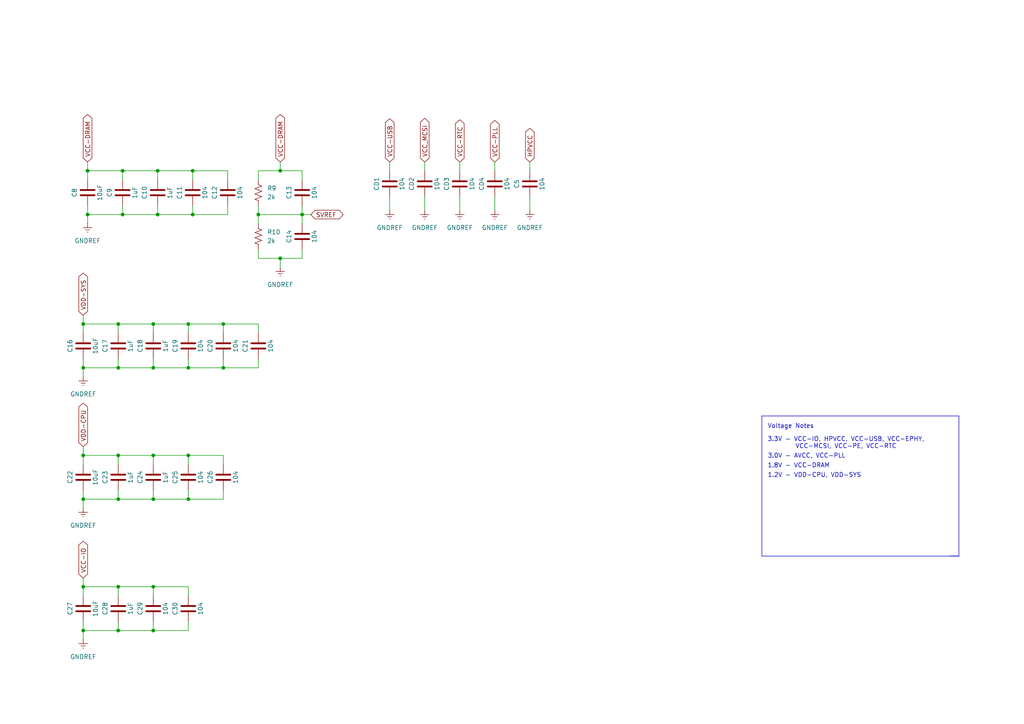
<source format=kicad_sch>
(kicad_sch (version 20250114) (generator "eeschema") (generator_version "9.0")
  (paper "A4")
  (lib_symbols
    (symbol "Device:C" (pin_numbers (hide yes)) (pin_names (offset 0.254))
      (property "Reference" "C" (at 0.635 2.54 0))
      (property "Value" "C" (at 0.635 -2.54 0))
      (symbol "C_0_1"
        (polyline (pts (xy -2.032 0.762) (xy 2.032 0.762)) (stroke (width 0.508)))
        (polyline (pts (xy -2.032 -0.762) (xy 2.032 -0.762)) (stroke (width 0.508)))
      )
      (symbol "C_1_1"
        (pin passive line (at 0 3.81 270) (length 2.794) (name "~") (number "1"))
        (pin passive line (at 0 -3.81 90) (length 2.794) (name "~") (number "2"))
      )
    )
    (symbol "Device:R_US" (pin_numbers (hide yes)) (pin_names (offset 0))
      (property "Reference" "R" (at 2.54 0 90))
      (property "Value" "R_US" (at -2.54 0 90))
      (symbol "R_US_0_1"
        (polyline (pts (xy 0 2.286) (xy 0 2.54)))
        (polyline (pts (xy 0 2.286) (xy 1.016 1.905) (xy 0 1.524) (xy -1.016 1.143) (xy 0 0.762)))
        (polyline (pts (xy 0 0.762) (xy 1.016 0.381) (xy 0 0) (xy -1.016 -0.381) (xy 0 -0.762)))
        (polyline (pts (xy 0 -0.762) (xy 1.016 -1.143) (xy 0 -1.524) (xy -1.016 -1.905) (xy 0 -2.286)))
        (polyline (pts (xy 0 -2.286) (xy 0 -2.54)))
      )
      (symbol "R_US_1_1"
        (pin passive line (at 0 3.81 270) (length 1.27) (name "~") (number "1"))
        (pin passive line (at 0 -3.81 90) (length 1.27) (name "~") (number "2"))
      )
    )
    (symbol "power:GNDREF" (power) (pin_numbers (hide yes)) (pin_names (offset 0) (hide yes))
      (property "Value" "GNDREF" (at 0 -3.81 0))
      (symbol "GNDREF_0_1"
        (polyline (pts (xy -0.635 -1.905) (xy 0.635 -1.905)))
        (polyline (pts (xy -0.127 -2.54) (xy 0.127 -2.54)))
        (polyline (pts (xy 0 -1.27) (xy 0 0)))
        (polyline (pts (xy 1.27 -1.27) (xy -1.27 -1.27)))
      )
      (symbol "GNDREF_1_1"
        (pin power_in line (at 0 0 270) (length 0) (name "~") (number "1"))
      )
    )
  )
  (text "3.0V - AVCC, VCC-PLL" (at 233.934 132.334 0) (effects (font (size 1.27 1.27))))
  (text "Voltage Notes\n" (at 229.362 123.698 0) (effects (font (size 1.27 1.27))))
  (text "1.8V - VCC-DRAM" (at 231.648 135.128 0) (effects (font (size 1.27 1.27))))
  (text "3.3V - VCC-IO, HPVCC, VCC-USB, VCC-EPHY,\nVCC-MCSI, VCC-PE, VCC-RTC" (at 245.364 128.524 0) (effects (font (size 1.27 1.27))))
  (text "1.2V - VDD-CPU, VDD-SYS" (at 236.22 137.922 0) (effects (font (size 1.27 1.27))))
  (junction (at 64.77 106.68))
  (junction (at 44.45 132.08))
  (junction (at 34.29 106.68))
  (junction (at 34.29 144.78))
  (junction (at 44.45 182.88))
  (junction (at 25.4 49.53))
  (junction (at 24.13 182.88))
  (junction (at 45.72 49.53))
  (junction (at 24.13 106.68))
  (junction (at 24.13 170.18))
  (junction (at 81.28 74.93))
  (junction (at 54.61 93.98))
  (junction (at 34.29 93.98))
  (junction (at 44.45 144.78))
  (junction (at 24.13 93.98))
  (junction (at 55.88 49.53))
  (junction (at 54.61 132.08))
  (junction (at 87.63 62.23))
  (junction (at 24.13 144.78))
  (junction (at 45.72 62.23))
  (junction (at 54.61 106.68))
  (junction (at 64.77 93.98))
  (junction (at 74.93 62.23))
  (junction (at 35.56 62.23))
  (junction (at 24.13 132.08))
  (junction (at 44.45 93.98))
  (junction (at 35.56 49.53))
  (junction (at 34.29 170.18))
  (junction (at 34.29 182.88))
  (junction (at 44.45 170.18))
  (junction (at 34.29 132.08))
  (junction (at 25.4 62.23))
  (junction (at 54.61 144.78))
  (junction (at 55.88 62.23))
  (junction (at 81.28 49.53))
  (junction (at 44.45 106.68))
  (wire (pts (xy 66.04 62.23) (xy 55.88 62.23)))
  (wire (pts (xy 64.77 104.14) (xy 64.77 106.68)))
  (wire (pts (xy 64.77 134.62) (xy 64.77 132.08)))
  (polyline (pts (xy 220.98 161.29) (xy 220.98 120.65)))
  (wire (pts (xy 35.56 62.23) (xy 25.4 62.23)))
  (wire (pts (xy 113.03 46.99) (xy 113.03 49.53)))
  (wire (pts (xy 133.35 57.15) (xy 133.35 60.96)))
  (wire (pts (xy 34.29 144.78) (xy 24.13 144.78)))
  (wire (pts (xy 81.28 74.93) (xy 87.63 74.93)))
  (wire (pts (xy 44.45 106.68) (xy 34.29 106.68)))
  (wire (pts (xy 54.61 134.62) (xy 54.61 132.08)))
  (wire (pts (xy 24.13 142.24) (xy 24.13 144.78)))
  (wire (pts (xy 44.45 134.62) (xy 44.45 132.08)))
  (wire (pts (xy 87.63 62.23) (xy 90.17 62.23)))
  (wire (pts (xy 123.19 57.15) (xy 123.19 60.96)))
  (wire (pts (xy 64.77 106.68) (xy 54.61 106.68)))
  (wire (pts (xy 64.77 132.08) (xy 54.61 132.08)))
  (wire (pts (xy 66.04 49.53) (xy 55.88 49.53)))
  (wire (pts (xy 55.88 52.07) (xy 55.88 49.53)))
  (wire (pts (xy 87.63 49.53) (xy 87.63 52.07)))
  (wire (pts (xy 45.72 52.07) (xy 45.72 49.53)))
  (wire (pts (xy 24.13 132.08) (xy 24.13 134.62)))
  (wire (pts (xy 24.13 91.44) (xy 24.13 93.98)))
  (wire (pts (xy 24.13 180.34) (xy 24.13 182.88)))
  (wire (pts (xy 45.72 59.69) (xy 45.72 62.23)))
  (wire (pts (xy 24.13 182.88) (xy 24.13 185.42)))
  (wire (pts (xy 64.77 144.78) (xy 54.61 144.78)))
  (wire (pts (xy 143.51 57.15) (xy 143.51 60.96)))
  (wire (pts (xy 74.93 52.07) (xy 74.93 49.53)))
  (wire (pts (xy 44.45 142.24) (xy 44.45 144.78)))
  (polyline (pts (xy 275.59 161.29) (xy 278.13 161.29)))
  (wire (pts (xy 153.67 46.99) (xy 153.67 49.53)))
  (wire (pts (xy 34.29 93.98) (xy 44.45 93.98)))
  (wire (pts (xy 34.29 93.98) (xy 24.13 93.98)))
  (wire (pts (xy 34.29 132.08) (xy 44.45 132.08)))
  (wire (pts (xy 34.29 182.88) (xy 44.45 182.88)))
  (wire (pts (xy 87.63 62.23) (xy 87.63 64.77)))
  (wire (pts (xy 34.29 96.52) (xy 34.29 93.98)))
  (wire (pts (xy 54.61 106.68) (xy 44.45 106.68)))
  (wire (pts (xy 74.93 49.53) (xy 81.28 49.53)))
  (wire (pts (xy 74.93 62.23) (xy 74.93 64.77)))
  (wire (pts (xy 54.61 96.52) (xy 54.61 93.98)))
  (wire (pts (xy 74.93 72.39) (xy 74.93 74.93)))
  (wire (pts (xy 113.03 57.15) (xy 113.03 60.96)))
  (wire (pts (xy 44.45 96.52) (xy 44.45 93.98)))
  (wire (pts (xy 44.45 104.14) (xy 44.45 106.68)))
  (wire (pts (xy 34.29 134.62) (xy 34.29 132.08)))
  (wire (pts (xy 123.19 46.99) (xy 123.19 49.53)))
  (wire (pts (xy 24.13 144.78) (xy 24.13 147.32)))
  (wire (pts (xy 34.29 142.24) (xy 34.29 144.78)))
  (wire (pts (xy 35.56 49.53) (xy 45.72 49.53)))
  (wire (pts (xy 81.28 49.53) (xy 87.63 49.53)))
  (wire (pts (xy 74.93 62.23) (xy 87.63 62.23)))
  (wire (pts (xy 64.77 142.24) (xy 64.77 144.78)))
  (wire (pts (xy 44.45 180.34) (xy 44.45 182.88)))
  (wire (pts (xy 35.56 62.23) (xy 45.72 62.23)))
  (wire (pts (xy 64.77 93.98) (xy 74.93 93.98)))
  (wire (pts (xy 34.29 104.14) (xy 34.29 106.68)))
  (wire (pts (xy 74.93 93.98) (xy 74.93 96.52)))
  (wire (pts (xy 74.93 74.93) (xy 81.28 74.93)))
  (wire (pts (xy 54.61 144.78) (xy 44.45 144.78)))
  (wire (pts (xy 35.56 59.69) (xy 35.56 62.23)))
  (wire (pts (xy 153.67 57.15) (xy 153.67 60.96)))
  (wire (pts (xy 34.29 106.68) (xy 24.13 106.68)))
  (wire (pts (xy 34.29 172.72) (xy 34.29 170.18)))
  (wire (pts (xy 54.61 132.08) (xy 44.45 132.08)))
  (wire (pts (xy 55.88 49.53) (xy 45.72 49.53)))
  (polyline (pts (xy 278.13 120.65) (xy 278.13 161.29)))
  (wire (pts (xy 34.29 170.18) (xy 24.13 170.18)))
  (wire (pts (xy 81.28 46.99) (xy 81.28 49.53)))
  (wire (pts (xy 66.04 59.69) (xy 66.04 62.23)))
  (wire (pts (xy 54.61 170.18) (xy 44.45 170.18)))
  (wire (pts (xy 35.56 49.53) (xy 25.4 49.53)))
  (wire (pts (xy 24.13 93.98) (xy 24.13 96.52)))
  (wire (pts (xy 87.63 72.39) (xy 87.63 74.93)))
  (wire (pts (xy 87.63 59.69) (xy 87.63 62.23)))
  (wire (pts (xy 34.29 132.08) (xy 24.13 132.08)))
  (wire (pts (xy 54.61 93.98) (xy 44.45 93.98)))
  (wire (pts (xy 66.04 52.07) (xy 66.04 49.53)))
  (wire (pts (xy 54.61 142.24) (xy 54.61 144.78)))
  (wire (pts (xy 34.29 170.18) (xy 44.45 170.18)))
  (wire (pts (xy 54.61 104.14) (xy 54.61 106.68)))
  (wire (pts (xy 55.88 62.23) (xy 45.72 62.23)))
  (wire (pts (xy 34.29 180.34) (xy 34.29 182.88)))
  (wire (pts (xy 54.61 182.88) (xy 44.45 182.88)))
  (wire (pts (xy 64.77 106.68) (xy 74.93 106.68)))
  (wire (pts (xy 34.29 144.78) (xy 44.45 144.78)))
  (wire (pts (xy 24.13 106.68) (xy 24.13 109.22)))
  (wire (pts (xy 143.51 46.99) (xy 143.51 49.53)))
  (wire (pts (xy 64.77 96.52) (xy 64.77 93.98)))
  (wire (pts (xy 44.45 172.72) (xy 44.45 170.18)))
  (wire (pts (xy 25.4 59.69) (xy 25.4 62.23)))
  (wire (pts (xy 24.13 167.64) (xy 24.13 170.18)))
  (wire (pts (xy 64.77 93.98) (xy 54.61 93.98)))
  (wire (pts (xy 25.4 62.23) (xy 25.4 64.77)))
  (wire (pts (xy 24.13 170.18) (xy 24.13 172.72)))
  (wire (pts (xy 35.56 52.07) (xy 35.56 49.53)))
  (wire (pts (xy 54.61 180.34) (xy 54.61 182.88)))
  (wire (pts (xy 24.13 104.14) (xy 24.13 106.68)))
  (polyline (pts (xy 220.98 120.65) (xy 278.13 120.65)))
  (wire (pts (xy 24.13 129.54) (xy 24.13 132.08)))
  (wire (pts (xy 81.28 74.93) (xy 81.28 77.47)))
  (wire (pts (xy 55.88 59.69) (xy 55.88 62.23)))
  (wire (pts (xy 34.29 182.88) (xy 24.13 182.88)))
  (wire (pts (xy 74.93 106.68) (xy 74.93 104.14)))
  (polyline (pts (xy 278.13 161.29) (xy 220.98 161.29)))
  (wire (pts (xy 25.4 46.99) (xy 25.4 49.53)))
  (wire (pts (xy 133.35 46.99) (xy 133.35 49.53)))
  (wire (pts (xy 54.61 172.72) (xy 54.61 170.18)))
  (wire (pts (xy 25.4 49.53) (xy 25.4 52.07)))
  (wire (pts (xy 74.93 59.69) (xy 74.93 62.23)))
  (global_label "VCC-RTC" (shape bidirectional) (at 133.35 46.99 90) (property "Intersheetrefs" "${INTERSHEET_REFS}" (effects (hide yes))))
  (global_label "VDD-CPU" (shape bidirectional) (at 24.13 129.54 90) (property "Intersheetrefs" "${INTERSHEET_REFS}" (effects (hide yes))))
  (global_label "VCC-DRAM" (shape bidirectional) (at 25.4 46.99 90) (property "Intersheetrefs" "${INTERSHEET_REFS}" (effects (hide yes))))
  (global_label "VDD-SYS" (shape bidirectional) (at 24.13 91.44 90) (property "Intersheetrefs" "${INTERSHEET_REFS}" (effects (hide yes))))
  (global_label "VCC_MCSI" (shape bidirectional) (at 123.19 46.99 90) (property "Intersheetrefs" "${INTERSHEET_REFS}" (effects (hide yes))))
  (global_label "HPVCC" (shape bidirectional) (at 153.67 46.99 90) (property "Intersheetrefs" "${INTERSHEET_REFS}" (effects (hide yes))))
  (global_label "VCC-USB" (shape bidirectional) (at 113.03 46.99 90) (property "Intersheetrefs" "${INTERSHEET_REFS}" (effects (hide yes))))
  (global_label "VCC-IO" (shape bidirectional) (at 24.13 167.64 90) (property "Intersheetrefs" "${INTERSHEET_REFS}" (effects (hide yes))))
  (global_label "SVREF" (shape bidirectional) (at 90.17 62.23 0) (property "Intersheetrefs" "${INTERSHEET_REFS}" (effects (hide yes))))
  (global_label "VCC-PLL" (shape bidirectional) (at 143.51 46.99 90) (property "Intersheetrefs" "${INTERSHEET_REFS}" (effects (hide yes))))
  (global_label "VCC-DRAM" (shape bidirectional) (at 81.28 46.99 90) (property "Intersheetrefs" "${INTERSHEET_REFS}" (effects (hide yes))))
  (symbol (lib_id "Device:C") (at 34.29 100.33 180) (unit 1)
    (property "Reference" "C17" (at 30.48 100.33 90))
    (property "Value" "1uF" (at 37.846 100.33 90))
    (property "Description" "Unpolarized capacitor" (effects (hide yes)))
  )
  (symbol (lib_id "Device:C") (at 113.03 53.34 180) (unit 1)
    (property "Reference" "CD1" (at 109.22 53.34 90))
    (property "Value" "104" (at 116.586 53.34 90))
    (property "Description" "Unpolarized capacitor" (effects (hide yes)))
  )
  (symbol (lib_id "Device:C") (at 44.45 176.53 180) (unit 1)
    (property "Reference" "C29" (at 40.64 176.53 90))
    (property "Value" "104" (at 48.006 176.53 90))
    (property "Description" "Unpolarized capacitor" (effects (hide yes)))
  )
  (symbol (lib_id "Device:C") (at 87.63 68.58 180) (unit 1)
    (property "Reference" "C14" (at 83.82 68.58 90))
    (property "Value" "104" (at 91.186 68.58 90))
    (property "Description" "Unpolarized capacitor" (effects (hide yes)))
  )
  (symbol (lib_id "Device:C") (at 34.29 176.53 180) (unit 1)
    (property "Reference" "C28" (at 30.48 176.53 90))
    (property "Value" "1uF" (at 37.846 176.53 90))
    (property "Description" "Unpolarized capacitor" (effects (hide yes)))
  )
  (symbol (lib_id "power:GNDREF") (at 133.35 60.96 0) (unit 1)
    (property "Reference" "#PWR08" (effects (hide yes)))
    (property "Value" "GNDREF" (at 133.35 66.04 0))
    (property "Description" "Power symbol creates a global label with name \"GNDREF\" , reference supply ground" (effects (hide yes)))
  )
  (symbol (lib_id "Device:C") (at 143.51 53.34 180) (unit 1)
    (property "Reference" "CD4" (at 139.7 53.34 90))
    (property "Value" "104" (at 147.066 53.34 90))
    (property "Description" "Unpolarized capacitor" (effects (hide yes)))
  )
  (symbol (lib_id "power:GNDREF") (at 24.13 185.42 0) (unit 1)
    (property "Reference" "#PWR020" (effects (hide yes)))
    (property "Value" "GNDREF" (at 24.13 190.5 0))
    (property "Description" "Power symbol creates a global label with name \"GNDREF\" , reference supply ground" (effects (hide yes)))
  )
  (symbol (lib_id "Device:C") (at 55.88 55.88 180) (unit 1)
    (property "Reference" "C11" (at 52.07 55.88 90))
    (property "Value" "104" (at 59.436 55.88 90))
    (property "Description" "Unpolarized capacitor" (effects (hide yes)))
  )
  (symbol (lib_id "Device:R_US") (at 74.93 68.58 0) (unit 1)
    (property "Reference" "R10" (at 77.47 67.3099 0) (effects (justify left)))
    (property "Value" "2k" (at 77.47 69.8499 0) (effects (justify left)))
    (property "Description" "Resistor, US symbol" (effects (hide yes)))
  )
  (symbol (lib_id "power:GNDREF") (at 123.19 60.96 0) (unit 1)
    (property "Reference" "#PWR07" (effects (hide yes)))
    (property "Value" "GNDREF" (at 123.19 66.04 0))
    (property "Description" "Power symbol creates a global label with name \"GNDREF\" , reference supply ground" (effects (hide yes)))
  )
  (symbol (lib_id "power:GNDREF") (at 24.13 109.22 0) (unit 1)
    (property "Reference" "#PWR018" (effects (hide yes)))
    (property "Value" "GNDREF" (at 24.13 114.3 0))
    (property "Description" "Power symbol creates a global label with name \"GNDREF\" , reference supply ground" (effects (hide yes)))
  )
  (symbol (lib_id "Device:C") (at 24.13 138.43 180) (unit 1)
    (property "Reference" "C22" (at 20.32 138.43 90))
    (property "Value" "10uF" (at 27.686 138.43 90))
    (property "Description" "Unpolarized capacitor" (effects (hide yes)))
  )
  (symbol (lib_id "Device:C") (at 54.61 176.53 180) (unit 1)
    (property "Reference" "C30" (at 50.8 176.53 90))
    (property "Value" "104" (at 58.166 176.53 90))
    (property "Description" "Unpolarized capacitor" (effects (hide yes)))
  )
  (symbol (lib_id "power:GNDREF") (at 113.03 60.96 0) (unit 1)
    (property "Reference" "#PWR06" (effects (hide yes)))
    (property "Value" "GNDREF" (at 113.03 66.04 0))
    (property "Description" "Power symbol creates a global label with name \"GNDREF\" , reference supply ground" (effects (hide yes)))
  )
  (symbol (lib_id "Device:C") (at 44.45 138.43 180) (unit 1)
    (property "Reference" "C24" (at 40.64 138.43 90))
    (property "Value" "1uF" (at 48.006 138.43 90))
    (property "Description" "Unpolarized capacitor" (effects (hide yes)))
  )
  (symbol (lib_id "power:GNDREF") (at 153.67 60.96 0) (unit 1)
    (property "Reference" "#PWR010" (effects (hide yes)))
    (property "Value" "GNDREF" (at 153.67 66.04 0))
    (property "Description" "Power symbol creates a global label with name \"GNDREF\" , reference supply ground" (effects (hide yes)))
  )
  (symbol (lib_id "Device:C") (at 34.29 138.43 180) (unit 1)
    (property "Reference" "C23" (at 30.48 138.43 90))
    (property "Value" "1uF" (at 37.846 138.43 90))
    (property "Description" "Unpolarized capacitor" (effects (hide yes)))
  )
  (symbol (lib_id "Device:R_US") (at 74.93 55.88 0) (unit 1)
    (property "Reference" "R9" (at 77.47 54.6099 0) (effects (justify left)))
    (property "Value" "2k" (at 77.47 57.1499 0) (effects (justify left)))
    (property "Description" "Resistor, US symbol" (effects (hide yes)))
  )
  (symbol (lib_id "Device:C") (at 45.72 55.88 180) (unit 1)
    (property "Reference" "C10" (at 41.91 55.88 90))
    (property "Value" "1uF" (at 49.276 55.88 90))
    (property "Description" "Unpolarized capacitor" (effects (hide yes)))
  )
  (symbol (lib_id "Device:C") (at 123.19 53.34 180) (unit 1)
    (property "Reference" "CD2" (at 119.38 53.34 90))
    (property "Value" "104" (at 126.746 53.34 90))
    (property "Description" "Unpolarized capacitor" (effects (hide yes)))
  )
  (symbol (lib_id "Device:C") (at 35.56 55.88 180) (unit 1)
    (property "Reference" "C9" (at 31.75 55.88 90))
    (property "Value" "1uF" (at 39.116 55.88 90))
    (property "Description" "Unpolarized capacitor" (effects (hide yes)))
  )
  (symbol (lib_id "Device:C") (at 64.77 138.43 180) (unit 1)
    (property "Reference" "C26" (at 60.96 138.43 90))
    (property "Value" "104" (at 68.326 138.43 90))
    (property "Description" "Unpolarized capacitor" (effects (hide yes)))
  )
  (symbol (lib_id "Device:C") (at 74.93 100.33 180) (unit 1)
    (property "Reference" "C21" (at 71.12 100.33 90))
    (property "Value" "104" (at 78.486 100.33 90))
    (property "Description" "Unpolarized capacitor" (effects (hide yes)))
  )
  (symbol (lib_id "Device:C") (at 44.45 100.33 180) (unit 1)
    (property "Reference" "C18" (at 40.64 100.33 90))
    (property "Value" "1uF" (at 48.006 100.33 90))
    (property "Description" "Unpolarized capacitor" (effects (hide yes)))
  )
  (symbol (lib_id "Device:C") (at 133.35 53.34 180) (unit 1)
    (property "Reference" "CD3" (at 129.54 53.34 90))
    (property "Value" "104" (at 136.906 53.34 90))
    (property "Description" "Unpolarized capacitor" (effects (hide yes)))
  )
  (symbol (lib_id "Device:C") (at 54.61 100.33 180) (unit 1)
    (property "Reference" "C19" (at 50.8 100.33 90))
    (property "Value" "104" (at 58.166 100.33 90))
    (property "Description" "Unpolarized capacitor" (effects (hide yes)))
  )
  (symbol (lib_id "Device:C") (at 24.13 100.33 180) (unit 1)
    (property "Reference" "C16" (at 20.32 100.33 90))
    (property "Value" "10uF" (at 27.686 100.33 90))
    (property "Description" "Unpolarized capacitor" (effects (hide yes)))
  )
  (symbol (lib_id "Device:C") (at 87.63 55.88 180) (unit 1)
    (property "Reference" "C13" (at 83.82 55.88 90))
    (property "Value" "104" (at 91.186 55.88 90))
    (property "Description" "Unpolarized capacitor" (effects (hide yes)))
  )
  (symbol (lib_id "Device:C") (at 153.67 53.34 180) (unit 1)
    (property "Reference" "C5" (at 149.86 53.34 90))
    (property "Value" "104" (at 157.226 53.34 90))
    (property "Description" "Unpolarized capacitor" (effects (hide yes)))
  )
  (symbol (lib_id "Device:C") (at 54.61 138.43 180) (unit 1)
    (property "Reference" "C25" (at 50.8 138.43 90))
    (property "Value" "104" (at 58.166 138.43 90))
    (property "Description" "Unpolarized capacitor" (effects (hide yes)))
  )
  (symbol (lib_id "power:GNDREF") (at 143.51 60.96 0) (unit 1)
    (property "Reference" "#PWR09" (effects (hide yes)))
    (property "Value" "GNDREF" (at 143.51 66.04 0))
    (property "Description" "Power symbol creates a global label with name \"GNDREF\" , reference supply ground" (effects (hide yes)))
  )
  (symbol (lib_id "Device:C") (at 66.04 55.88 180) (unit 1)
    (property "Reference" "C12" (at 62.23 55.88 90))
    (property "Value" "104" (at 69.596 55.88 90))
    (property "Description" "Unpolarized capacitor" (effects (hide yes)))
  )
  (symbol (lib_id "Device:C") (at 24.13 176.53 180) (unit 1)
    (property "Reference" "C27" (at 20.32 176.53 90))
    (property "Value" "10uF" (at 27.686 176.53 90))
    (property "Description" "Unpolarized capacitor" (effects (hide yes)))
  )
  (symbol (lib_id "Device:C") (at 25.4 55.88 180) (unit 1)
    (property "Reference" "C8" (at 21.59 55.88 90))
    (property "Value" "10uF" (at 28.956 55.88 90))
    (property "Description" "Unpolarized capacitor" (effects (hide yes)))
  )
  (symbol (lib_id "power:GNDREF") (at 81.28 77.47 0) (unit 1)
    (property "Reference" "#PWR016" (effects (hide yes)))
    (property "Value" "GNDREF" (at 81.28 82.55 0))
    (property "Description" "Power symbol creates a global label with name \"GNDREF\" , reference supply ground" (effects (hide yes)))
  )
  (symbol (lib_id "power:GNDREF") (at 24.13 147.32 0) (unit 1)
    (property "Reference" "#PWR019" (effects (hide yes)))
    (property "Value" "GNDREF" (at 24.13 152.4 0))
    (property "Description" "Power symbol creates a global label with name \"GNDREF\" , reference supply ground" (effects (hide yes)))
  )
  (symbol (lib_id "power:GNDREF") (at 25.4 64.77 0) (unit 1)
    (property "Reference" "#PWR015" (effects (hide yes)))
    (property "Value" "GNDREF" (at 25.4 69.85 0))
    (property "Description" "Power symbol creates a global label with name \"GNDREF\" , reference supply ground" (effects (hide yes)))
  )
  (symbol (lib_id "Device:C") (at 64.77 100.33 180) (unit 1)
    (property "Reference" "C20" (at 60.96 100.33 90))
    (property "Value" "104" (at 68.326 100.33 90))
    (property "Description" "Unpolarized capacitor" (effects (hide yes)))
  )
)
</source>
